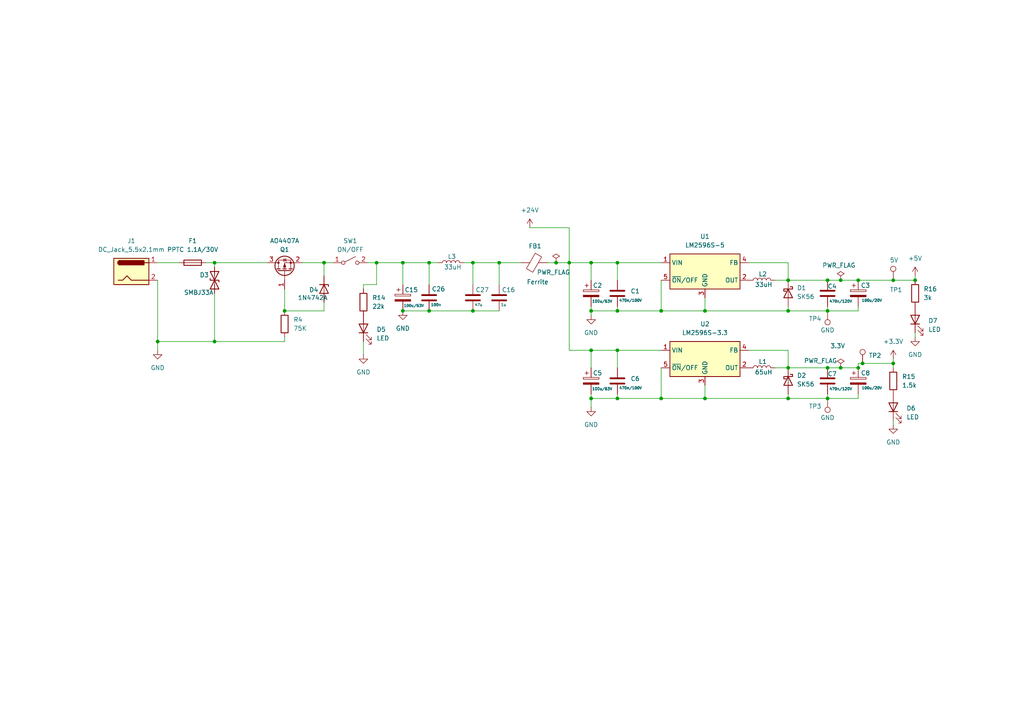
<source format=kicad_sch>
(kicad_sch (version 20250114) (generator "eeschema") (generator_version "9.0")
  (paper "A4")
  (lib_symbols
    (symbol "Connector:Barrel_Jack" (pin_names (offset 1.016))
      (property "Reference" "J1" (at 0 8.89 0))
      (property "Value" "DC_Jack_5.5x2.1mm" (at 0 6.35 0))
      (symbol "Barrel_Jack_0_1"
        (rectangle (start -5.08 3.81) (end 5.08 -3.81) (stroke (width 0.254)) (fill (type background)))
        (polyline (pts (xy -3.81 -2.54) (xy -2.54 -2.54) (xy -1.27 -1.27) (xy 0 -2.54) (xy 2.54 -2.54) (xy 5.08 -2.54)) (stroke (width 0.254)))
        (arc (start -3.302 1.905) (mid -3.9343 2.54) (end -3.302 3.175) (stroke (width 0.254)))
        (arc (start -3.302 1.905) (mid -3.9343 2.54) (end -3.302 3.175) (stroke (width 0.254)) (fill (type outline)))
        (rectangle (start 3.683 3.175) (end -3.302 1.905) (stroke (width 0.254)) (fill (type outline)))
        (polyline (pts (xy 5.08 2.54) (xy 3.81 2.54)) (stroke (width 0.254)))
      )
      (symbol "Barrel_Jack_1_1"
        (pin power_out line (at 7.62 2.54 180) (length 2.54) (name "~") (number "1"))
        (pin power_out line (at 7.62 -2.54 180) (length 2.54) (name "~") (number "2"))
      )
    )
    (symbol "Connector:TestPoint" (pin_numbers (hide yes)) (pin_names (offset 0.762) (hide yes))
      (property "Reference" "TP" (at 0 6.858 0))
      (property "Value" "TestPoint" (at 0 5.08 0))
      (symbol "TestPoint_0_1"
        (circle (center 0 3.302) (radius 0.762))
      )
      (symbol "TestPoint_1_1"
        (pin passive line (at 0 0 90) (length 2.54) (name "1") (number "1"))
      )
    )
    (symbol "Device:C" (pin_numbers (hide yes)) (pin_names (offset 0.254))
      (property "Reference" "C" (at 0.635 2.54 0))
      (property "Value" "C" (at 0.635 -2.54 0))
      (symbol "C_0_1"
        (polyline (pts (xy -2.032 0.762) (xy 2.032 0.762)) (stroke (width 0.508)))
        (polyline (pts (xy -2.032 -0.762) (xy 2.032 -0.762)) (stroke (width 0.508)))
      )
      (symbol "C_1_1"
        (pin passive line (at 0 3.81 270) (length 2.794) (name "~") (number "1"))
        (pin passive line (at 0 -3.81 90) (length 2.794) (name "~") (number "2"))
      )
    )
    (symbol "Device:C_Polarized" (pin_numbers (hide yes)) (pin_names (offset 0.254))
      (property "Reference" "C" (at 0.635 2.54 0))
      (property "Value" "C_Polarized" (at 0.635 -2.54 0))
      (symbol "C_Polarized_0_1"
        (rectangle (start -2.286 0.508) (end 2.286 1.016))
        (polyline (pts (xy -1.778 2.286) (xy -0.762 2.286)))
        (polyline (pts (xy -1.27 2.794) (xy -1.27 1.778)))
        (rectangle (start 2.286 -0.508) (end -2.286 -1.016) (fill (type outline)))
      )
      (symbol "C_Polarized_1_1"
        (pin passive line (at 0 3.81 270) (length 2.794) (name "~") (number "1"))
        (pin passive line (at 0 -3.81 90) (length 2.794) (name "~") (number "2"))
      )
    )
    (symbol "Device:D_Schottky" (pin_numbers (hide yes)) (pin_names (offset 1.016) (hide yes))
      (property "Reference" "D" (at 0 2.54 0))
      (property "Value" "D_Schottky" (at 0 -2.54 0))
      (symbol "D_Schottky_0_1"
        (polyline (pts (xy -1.905 0.635) (xy -1.905 1.27) (xy -1.27 1.27) (xy -1.27 -1.27) (xy -0.635 -1.27) (xy -0.635 -0.635)) (stroke (width 0.254)))
        (polyline (pts (xy 1.27 1.27) (xy 1.27 -1.27) (xy -1.27 0) (xy 1.27 1.27)) (stroke (width 0.254)))
        (polyline (pts (xy 1.27 0) (xy -1.27 0)))
      )
      (symbol "D_Schottky_1_1"
        (pin passive line (at -3.81 0 0) (length 2.54) (name "K") (number "1"))
        (pin passive line (at 3.81 0 180) (length 2.54) (name "A") (number "2"))
      )
    )
    (symbol "Device:D_TVS" (pin_numbers (hide yes)) (pin_names (offset 1.016) (hide yes))
      (property "Reference" "D" (at 0 2.54 0))
      (property "Value" "D_TVS" (at 0 -2.54 0))
      (symbol "D_TVS_0_1"
        (polyline (pts (xy -2.54 1.27) (xy -2.54 -1.27) (xy 2.54 1.27) (xy 2.54 -1.27) (xy -2.54 1.27)) (stroke (width 0.254)))
        (polyline (pts (xy 0.508 1.27) (xy 0 1.27) (xy 0 -1.27) (xy -0.508 -1.27)) (stroke (width 0.254)))
        (polyline (pts (xy 1.27 0) (xy -1.27 0)))
      )
      (symbol "D_TVS_1_1"
        (pin passive line (at -3.81 0 0) (length 2.54) (name "A1") (number "1"))
        (pin passive line (at 3.81 0 180) (length 2.54) (name "A2") (number "2"))
      )
    )
    (symbol "Device:D_Zener" (pin_numbers (hide yes)) (pin_names (offset 1.016) (hide yes))
      (property "Reference" "D" (at 0 2.54 0))
      (property "Value" "D_Zener" (at 0 -2.54 0))
      (symbol "D_Zener_0_1"
        (polyline (pts (xy -1.27 -1.27) (xy -1.27 1.27) (xy -0.762 1.27)) (stroke (width 0.254)))
        (polyline (pts (xy 1.27 0) (xy -1.27 0)))
        (polyline (pts (xy 1.27 -1.27) (xy 1.27 1.27) (xy -1.27 0) (xy 1.27 -1.27)) (stroke (width 0.254)))
      )
      (symbol "D_Zener_1_1"
        (pin passive line (at -3.81 0 0) (length 2.54) (name "K") (number "1"))
        (pin passive line (at 3.81 0 180) (length 2.54) (name "A") (number "2"))
      )
    )
    (symbol "Device:FerriteBead" (pin_numbers (hide yes)) (pin_names (offset 0))
      (property "Reference" "FB" (at -3.81 0.635 90))
      (property "Value" "FerriteBead" (at 3.81 0 90))
      (symbol "FerriteBead_0_1"
        (polyline (pts (xy -2.7686 0.4064) (xy -1.7018 2.2606) (xy 2.7686 -0.3048) (xy 1.6764 -2.159) (xy -2.7686 0.4064)))
        (polyline (pts (xy 0 1.27) (xy 0 1.2954)))
        (polyline (pts (xy 0 -1.27) (xy 0 -1.2192)))
      )
      (symbol "FerriteBead_1_1"
        (pin passive line (at 0 3.81 270) (length 2.54) (name "~") (number "1"))
        (pin passive line (at 0 -3.81 90) (length 2.54) (name "~") (number "2"))
      )
    )
    (symbol "Device:Fuse" (pin_numbers (hide yes)) (pin_names (offset 0))
      (property "Reference" "F" (at 2.032 0 90))
      (property "Value" "Fuse" (at -1.905 0 90))
      (symbol "Fuse_0_1"
        (rectangle (start -0.762 -2.54) (end 0.762 2.54) (stroke (width 0.254)))
        (polyline (pts (xy 0 2.54) (xy 0 -2.54)))
      )
      (symbol "Fuse_1_1"
        (pin passive line (at 0 3.81 270) (length 1.27) (name "~") (number "1"))
        (pin passive line (at 0 -3.81 90) (length 1.27) (name "~") (number "2"))
      )
    )
    (symbol "Device:L" (pin_numbers (hide yes)) (pin_names (offset 1.016) (hide yes))
      (property "Reference" "L" (at -1.27 0 90))
      (property "Value" "L" (at 1.905 0 90))
      (symbol "L_0_1"
        (arc (start 0 2.54) (mid 0.6323 1.905) (end 0 1.27))
        (arc (start 0 1.27) (mid 0.6323 0.635) (end 0 0))
        (arc (start 0 0) (mid 0.6323 -0.635) (end 0 -1.27))
        (arc (start 0 -1.27) (mid 0.6323 -1.905) (end 0 -2.54))
      )
      (symbol "L_1_1"
        (pin passive line (at 0 3.81 270) (length 1.27) (name "1") (number "1"))
        (pin passive line (at 0 -3.81 90) (length 1.27) (name "2") (number "2"))
      )
    )
    (symbol "Device:LED" (pin_numbers (hide yes)) (pin_names (offset 1.016) (hide yes))
      (property "Reference" "D" (at 0 2.54 0))
      (property "Value" "LED" (at 0 -2.54 0))
      (symbol "LED_0_1"
        (polyline (pts (xy -3.048 -0.762) (xy -4.572 -2.286) (xy -3.81 -2.286) (xy -4.572 -2.286) (xy -4.572 -1.524)))
        (polyline (pts (xy -1.778 -0.762) (xy -3.302 -2.286) (xy -2.54 -2.286) (xy -3.302 -2.286) (xy -3.302 -1.524)))
        (polyline (pts (xy -1.27 0) (xy 1.27 0)))
        (polyline (pts (xy -1.27 -1.27) (xy -1.27 1.27)) (stroke (width 0.254)))
        (polyline (pts (xy 1.27 -1.27) (xy 1.27 1.27) (xy -1.27 0) (xy 1.27 -1.27)) (stroke (width 0.254)))
      )
      (symbol "LED_1_1"
        (pin passive line (at -3.81 0 0) (length 2.54) (name "K") (number "1"))
        (pin passive line (at 3.81 0 180) (length 2.54) (name "A") (number "2"))
      )
    )
    (symbol "Device:R" (pin_numbers (hide yes)) (pin_names (offset 0))
      (property "Reference" "R" (at 2.032 0 90))
      (property "Value" "R" (at 0 0 90))
      (symbol "R_0_1"
        (rectangle (start -1.016 -2.54) (end 1.016 2.54) (stroke (width 0.254)))
      )
      (symbol "R_1_1"
        (pin passive line (at 0 3.81 270) (length 1.27) (name "~") (number "1"))
        (pin passive line (at 0 -3.81 90) (length 1.27) (name "~") (number "2"))
      )
    )
    (symbol "Regulator_Switching:LM2596S-3.3"
      (property "Reference" "U" (at -10.16 6.35 0))
      (property "Value" "LM2596S-3.3" (at 0 6.35 0))
      (symbol "LM2596S-3.3_0_1"
        (rectangle (start -10.16 5.08) (end 10.16 -5.08) (stroke (width 0.254)) (fill (type background)))
      )
      (symbol "LM2596S-3.3_1_1"
        (pin power_in line (at -12.7 2.54 0) (length 2.54) (name "VIN") (number "1"))
        (pin input line (at -12.7 -2.54 0) (length 2.54) (name "~{ON}/OFF") (number "5"))
        (pin power_in line (at 0 -7.62 90) (length 2.54) (name "GND") (number "3"))
        (pin input line (at 12.7 2.54 180) (length 2.54) (name "FB") (number "4"))
        (pin output line (at 12.7 -2.54 180) (length 2.54) (name "OUT") (number "2"))
      )
    )
    (symbol "Regulator_Switching:LM2596S-5"
      (property "Reference" "U1" (at 0 10.16 0))
      (property "Value" "LM2596S-5" (at 0 7.62 0))
      (symbol "LM2596S-5_0_1"
        (rectangle (start -10.16 5.08) (end 10.16 -5.08) (stroke (width 0.254)) (fill (type background)))
      )
      (symbol "LM2596S-5_1_1"
        (pin power_in line (at -12.7 2.54 0) (length 2.54) (name "VIN") (number "1"))
        (pin input line (at -12.7 -2.54 0) (length 2.54) (name "~{ON}/OFF") (number "5"))
        (pin power_in line (at 0 -7.62 90) (length 2.54) (name "GND") (number "3"))
        (pin input line (at 12.7 2.54 180) (length 2.54) (name "FB") (number "4"))
        (pin output line (at 12.7 -2.54 180) (length 2.54) (name "OUT") (number "2"))
      )
    )
    (symbol "Switch:SW_SPST" (pin_names (offset 0) (hide yes))
      (property "Reference" "SW" (at 0 3.175 0))
      (property "Value" "SW_SPST" (at 0 -2.54 0))
      (symbol "SW_SPST_0_0"
        (circle (center -2.032 0) (radius 0.508))
        (polyline (pts (xy -1.524 0.254) (xy 1.524 1.778)))
        (circle (center 2.032 0) (radius 0.508))
      )
      (symbol "SW_SPST_1_1"
        (pin passive line (at -5.08 0 0) (length 2.54) (name "A") (number "1"))
        (pin passive line (at 5.08 0 180) (length 2.54) (name "B") (number "2"))
      )
    )
    (symbol "Transistor_FET:IRLML6402" (pin_names (hide yes))
      (property "Reference" "Q" (at 5.08 1.905 0))
      (property "Value" "IRLML6402" (at 5.08 0 0))
      (symbol "IRLML6402_0_1"
        (polyline (pts (xy 0.254 1.905) (xy 0.254 -1.905)) (stroke (width 0.254)))
        (polyline (pts (xy 0.254 0) (xy -2.54 0)))
        (polyline (pts (xy 0.762 2.286) (xy 0.762 1.27)) (stroke (width 0.254)))
        (polyline (pts (xy 0.762 1.778) (xy 3.302 1.778) (xy 3.302 -1.778) (xy 0.762 -1.778)))
        (polyline (pts (xy 0.762 0.508) (xy 0.762 -0.508)) (stroke (width 0.254)))
        (polyline (pts (xy 0.762 -1.27) (xy 0.762 -2.286)) (stroke (width 0.254)))
        (circle (center 1.651 0) (radius 2.794) (stroke (width 0.254)))
        (polyline (pts (xy 2.286 0) (xy 1.27 0.381) (xy 1.27 -0.381) (xy 2.286 0)) (fill (type outline)))
        (polyline (pts (xy 2.54 2.54) (xy 2.54 1.778)))
        (circle (center 2.54 1.778) (radius 0.254) (fill (type outline)))
        (circle (center 2.54 -1.778) (radius 0.254) (fill (type outline)))
        (polyline (pts (xy 2.54 -2.54) (xy 2.54 0) (xy 0.762 0)))
        (polyline (pts (xy 2.794 -0.508) (xy 2.921 -0.381) (xy 3.683 -0.381) (xy 3.81 -0.254)))
        (polyline (pts (xy 3.302 -0.381) (xy 2.921 0.254) (xy 3.683 0.254) (xy 3.302 -0.381)))
      )
      (symbol "IRLML6402_1_1"
        (pin input line (at -5.08 0 0) (length 2.54) (name "G") (number "1"))
        (pin passive line (at 2.54 5.08 270) (length 2.54) (name "D") (number "3"))
        (pin passive line (at 2.54 -5.08 90) (length 2.54) (name "S") (number "2"))
      )
    )
    (symbol "power:+24V" (power) (pin_numbers (hide yes)) (pin_names (offset 0) (hide yes))
      (property "Value" "+24V" (at 0 3.556 0))
      (symbol "+24V_0_1"
        (polyline (pts (xy -0.762 1.27) (xy 0 2.54)))
        (polyline (pts (xy 0 2.54) (xy 0.762 1.27)))
        (polyline (pts (xy 0 0) (xy 0 2.54)))
      )
      (symbol "+24V_1_1"
        (pin power_in line (at 0 0 90) (length 0) (name "~") (number "1"))
      )
    )
    (symbol "power:+3.3V" (power) (pin_numbers (hide yes)) (pin_names (offset 0) (hide yes))
      (property "Value" "+3.3V" (at 0 3.556 0))
      (symbol "+3.3V_0_1"
        (polyline (pts (xy -0.762 1.27) (xy 0 2.54)))
        (polyline (pts (xy 0 2.54) (xy 0.762 1.27)))
        (polyline (pts (xy 0 0) (xy 0 2.54)))
      )
      (symbol "+3.3V_1_1"
        (pin power_in line (at 0 0 90) (length 0) (name "~") (number "1"))
      )
    )
    (symbol "power:+5V" (power) (pin_numbers (hide yes)) (pin_names (offset 0) (hide yes))
      (property "Value" "+5V" (at 0 3.556 0))
      (symbol "+5V_0_1"
        (polyline (pts (xy -0.762 1.27) (xy 0 2.54)))
        (polyline (pts (xy 0 2.54) (xy 0.762 1.27)))
        (polyline (pts (xy 0 0) (xy 0 2.54)))
      )
      (symbol "+5V_1_1"
        (pin power_in line (at 0 0 90) (length 0) (name "~") (number "1"))
      )
    )
    (symbol "power:GND" (power) (pin_numbers (hide yes)) (pin_names (offset 0) (hide yes))
      (property "Value" "GND" (at 0 -3.81 0))
      (symbol "GND_0_1"
        (polyline (pts (xy 0 0) (xy 0 -1.27) (xy 1.27 -1.27) (xy 0 -2.54) (xy -1.27 -1.27) (xy 0 -1.27)))
      )
      (symbol "GND_1_1"
        (pin power_in line (at 0 0 270) (length 0) (name "~") (number "1"))
      )
    )
    (symbol "power:PWR_FLAG" (power) (pin_numbers (hide yes)) (pin_names (offset 0) (hide yes))
      (property "Value" "PWR_FLAG" (at 0 3.81 0))
      (symbol "PWR_FLAG_0_0"
        (pin power_out line (at 0 0 90) (length 0) (name "~") (number "1"))
      )
      (symbol "PWR_FLAG_0_1"
        (polyline (pts (xy 0 0) (xy 0 1.27) (xy -1.016 1.905) (xy 0 2.54) (xy 1.016 1.905) (xy 0 1.27)))
      )
    )
  )
  (junction (at 248.92 106.68))
  (junction (at 93.98 76.2))
  (junction (at 171.45 76.2))
  (junction (at 179.07 90.17))
  (junction (at 137.16 76.2))
  (junction (at 240.03 90.17))
  (junction (at 204.47 115.57))
  (junction (at 161.29 76.2))
  (junction (at 171.45 115.57))
  (junction (at 204.47 90.17))
  (junction (at 243.84 81.28))
  (junction (at 240.03 106.68))
  (junction (at 240.03 115.57))
  (junction (at 191.77 115.57))
  (junction (at 45.72 99.06))
  (junction (at 250.19 105.41))
  (junction (at 191.77 90.17))
  (junction (at 171.45 90.17))
  (junction (at 243.84 106.68))
  (junction (at 171.45 101.6))
  (junction (at 124.46 76.2))
  (junction (at 248.92 81.28))
  (junction (at 62.23 99.06))
  (junction (at 124.46 90.17))
  (junction (at 228.6 90.17))
  (junction (at 228.6 81.28))
  (junction (at 228.6 115.57))
  (junction (at 228.6 106.68))
  (junction (at 144.78 76.2))
  (junction (at 259.08 81.28))
  (junction (at 265.43 81.28))
  (junction (at 259.08 105.41))
  (junction (at 179.07 76.2))
  (junction (at 179.07 115.57))
  (junction (at 82.55 90.17))
  (junction (at 179.07 101.6))
  (junction (at 240.03 81.28))
  (junction (at 165.1 76.2))
  (junction (at 137.16 90.17))
  (junction (at 116.84 90.17))
  (junction (at 62.23 76.2))
  (junction (at 116.84 76.2))
  (junction (at 109.22 76.2))
  (wire (pts (xy 224.79 81.28) (xy 228.6 81.28)))
  (wire (pts (xy 179.07 88.9) (xy 179.07 90.17)))
  (wire (pts (xy 240.03 90.17) (xy 240.03 88.9)))
  (wire (pts (xy 265.43 97.79) (xy 265.43 96.52)))
  (wire (pts (xy 265.43 80.01) (xy 265.43 81.28)))
  (wire (pts (xy 179.07 115.57) (xy 191.77 115.57)))
  (wire (pts (xy 228.6 76.2) (xy 217.17 76.2)))
  (wire (pts (xy 179.07 76.2) (xy 179.07 81.28)))
  (wire (pts (xy 228.6 81.28) (xy 240.03 81.28)))
  (wire (pts (xy 191.77 90.17) (xy 204.47 90.17)))
  (wire (pts (xy 144.78 76.2) (xy 151.13 76.2)))
  (wire (pts (xy 171.45 76.2) (xy 165.1 76.2)))
  (wire (pts (xy 191.77 81.28) (xy 191.77 90.17)))
  (wire (pts (xy 228.6 90.17) (xy 204.47 90.17)))
  (wire (pts (xy 62.23 99.06) (xy 82.55 99.06)))
  (wire (pts (xy 171.45 114.3) (xy 171.45 115.57)))
  (wire (pts (xy 240.03 81.28) (xy 243.84 81.28)))
  (wire (pts (xy 165.1 66.04) (xy 165.1 76.2)))
  (wire (pts (xy 259.08 105.41) (xy 250.19 105.41)))
  (wire (pts (xy 248.92 105.41) (xy 248.92 106.68)))
  (wire (pts (xy 45.72 76.2) (xy 52.07 76.2)))
  (wire (pts (xy 105.41 83.82) (xy 105.41 82.55)))
  (wire (pts (xy 240.03 115.57) (xy 248.92 115.57)))
  (wire (pts (xy 179.07 76.2) (xy 171.45 76.2)))
  (wire (pts (xy 191.77 106.68) (xy 191.77 115.57)))
  (wire (pts (xy 171.45 88.9) (xy 171.45 90.17)))
  (wire (pts (xy 228.6 115.57) (xy 228.6 114.3)))
  (wire (pts (xy 45.72 99.06) (xy 62.23 99.06)))
  (wire (pts (xy 224.79 106.68) (xy 228.6 106.68)))
  (wire (pts (xy 248.92 114.3) (xy 248.92 115.57)))
  (wire (pts (xy 165.1 76.2) (xy 165.1 101.6)))
  (wire (pts (xy 259.08 81.28) (xy 265.43 81.28)))
  (wire (pts (xy 137.16 90.17) (xy 144.78 90.17)))
  (wire (pts (xy 179.07 90.17) (xy 191.77 90.17)))
  (wire (pts (xy 259.08 104.14) (xy 259.08 105.41)))
  (wire (pts (xy 105.41 102.87) (xy 105.41 99.06)))
  (wire (pts (xy 161.29 76.2) (xy 158.75 76.2)))
  (wire (pts (xy 93.98 90.17) (xy 93.98 87.63)))
  (wire (pts (xy 171.45 81.28) (xy 171.45 76.2)))
  (wire (pts (xy 59.69 76.2) (xy 62.23 76.2)))
  (wire (pts (xy 171.45 115.57) (xy 179.07 115.57)))
  (wire (pts (xy 248.92 81.28) (xy 259.08 81.28)))
  (wire (pts (xy 228.6 90.17) (xy 228.6 88.9)))
  (wire (pts (xy 93.98 76.2) (xy 93.98 80.01)))
  (wire (pts (xy 165.1 66.04) (xy 153.67 66.04)))
  (wire (pts (xy 116.84 76.2) (xy 124.46 76.2)))
  (wire (pts (xy 93.98 90.17) (xy 82.55 90.17)))
  (wire (pts (xy 116.84 76.2) (xy 116.84 82.55)))
  (wire (pts (xy 228.6 106.68) (xy 240.03 106.68)))
  (wire (pts (xy 171.45 106.68) (xy 171.45 101.6)))
  (wire (pts (xy 137.16 76.2) (xy 144.78 76.2)))
  (wire (pts (xy 124.46 76.2) (xy 127 76.2)))
  (wire (pts (xy 134.62 76.2) (xy 137.16 76.2)))
  (wire (pts (xy 191.77 76.2) (xy 179.07 76.2)))
  (wire (pts (xy 171.45 90.17) (xy 179.07 90.17)))
  (wire (pts (xy 171.45 115.57) (xy 171.45 118.11)))
  (wire (pts (xy 124.46 90.17) (xy 137.16 90.17)))
  (wire (pts (xy 179.07 114.3) (xy 179.07 115.57)))
  (wire (pts (xy 228.6 115.57) (xy 240.03 115.57)))
  (wire (pts (xy 179.07 101.6) (xy 179.07 106.68)))
  (wire (pts (xy 191.77 115.57) (xy 204.47 115.57)))
  (wire (pts (xy 144.78 76.2) (xy 144.78 82.55)))
  (wire (pts (xy 243.84 106.68) (xy 248.92 106.68)))
  (wire (pts (xy 124.46 76.2) (xy 124.46 82.55)))
  (wire (pts (xy 240.03 115.57) (xy 240.03 114.3)))
  (wire (pts (xy 62.23 76.2) (xy 77.47 76.2)))
  (wire (pts (xy 204.47 111.76) (xy 204.47 115.57)))
  (wire (pts (xy 109.22 82.55) (xy 109.22 76.2)))
  (wire (pts (xy 171.45 90.17) (xy 171.45 91.44)))
  (wire (pts (xy 191.77 101.6) (xy 179.07 101.6)))
  (wire (pts (xy 243.84 81.28) (xy 248.92 81.28)))
  (wire (pts (xy 96.52 76.2) (xy 93.98 76.2)))
  (wire (pts (xy 228.6 106.68) (xy 228.6 101.6)))
  (wire (pts (xy 250.19 105.41) (xy 248.92 105.41)))
  (wire (pts (xy 62.23 85.09) (xy 62.23 99.06)))
  (wire (pts (xy 109.22 76.2) (xy 116.84 76.2)))
  (wire (pts (xy 228.6 81.28) (xy 228.6 76.2)))
  (wire (pts (xy 228.6 90.17) (xy 240.03 90.17)))
  (wire (pts (xy 228.6 101.6) (xy 217.17 101.6)))
  (wire (pts (xy 116.84 90.17) (xy 124.46 90.17)))
  (wire (pts (xy 137.16 76.2) (xy 137.16 82.55)))
  (wire (pts (xy 165.1 101.6) (xy 171.45 101.6)))
  (wire (pts (xy 45.72 81.28) (xy 45.72 99.06)))
  (wire (pts (xy 93.98 76.2) (xy 87.63 76.2)))
  (wire (pts (xy 62.23 76.2) (xy 62.23 77.47)))
  (wire (pts (xy 204.47 86.36) (xy 204.47 90.17)))
  (wire (pts (xy 259.08 121.92) (xy 259.08 123.19)))
  (wire (pts (xy 179.07 101.6) (xy 171.45 101.6)))
  (wire (pts (xy 45.72 99.06) (xy 45.72 101.6)))
  (wire (pts (xy 82.55 83.82) (xy 82.55 90.17)))
  (wire (pts (xy 259.08 105.41) (xy 259.08 106.68)))
  (wire (pts (xy 105.41 82.55) (xy 109.22 82.55)))
  (wire (pts (xy 240.03 90.17) (xy 248.92 90.17)))
  (wire (pts (xy 240.03 106.68) (xy 243.84 106.68)))
  (wire (pts (xy 82.55 99.06) (xy 82.55 97.79)))
  (wire (pts (xy 165.1 76.2) (xy 161.29 76.2)))
  (wire (pts (xy 106.68 76.2) (xy 109.22 76.2)))
  (wire (pts (xy 228.6 115.57) (xy 204.47 115.57)))
  (wire (pts (xy 248.92 88.9) (xy 248.92 90.17)))
  (symbol (lib_id "Device:L") (at 220.98 81.28 90) (unit 1)
    (property "Reference" "L2" (at 221.234 79.502 90))
    (property "Value" "33uH" (at 221.488 82.55 90))
    (property "Footprint" "Inductor_SMD:L_6.3x6.3_H3" (effects (hide yes)))
    (property "Datasheet" "Power Inductors - SMD Ind,6.8x6.8x3.8mm,33uH+/-20%,1.35A," (effects (hide yes)))
    (property "Description" "Inductor" (effects (hide yes)))
  )
  (symbol (lib_id "Device:C_Polarized") (at 116.84 86.36 0) (unit 1)
    (property "Reference" "C15" (at 117.348 84.074 0) (effects (justify left)))
    (property "Value" "100u/63V" (at 117.094 88.646 0) (effects (font (size 0.762 0.762)) (justify left)))
    (property "Footprint" "Capacitor_THT:CP_Radial_D8.0mm_P3.80mm" (effects (hide yes)))
    (property "Description" "Polarized capacitor" (effects (hide yes)))
  )
  (symbol (lib_id "Device:D_Schottky") (at 228.6 110.49 270) (unit 1)
    (property "Reference" "D2" (at 231.14 108.9024 90) (effects (justify left)))
    (property "Value" "SK56" (at 231.14 111.4424 90) (effects (justify left)))
    (property "Footprint" "Diode_SMD:D_SMB-SMC_Universal_Handsoldering" (effects (hide yes)))
    (property "Description" "Schottky diode" (effects (hide yes)))
  )
  (symbol (lib_id "Connector:Barrel_Jack") (at 38.1 78.74 0) (unit 1)
    (property "Reference" "J1" (at 38.1 69.85 0))
    (property "Value" "DC_Jack_5.5x2.1mm" (at 38.1 72.39 0))
    (property "Footprint" "Connector_BarrelJack:BarrelJack_Horizontal" (effects (hide yes)))
    (property "Description" "Gniazdo DC wejście 12 V" (effects (hide yes)))
  )
  (symbol (lib_id "Device:C") (at 240.03 85.09 0) (unit 1)
    (property "Reference" "C4" (at 240.03 83.058 0) (effects (justify left)))
    (property "Value" "470n/120V" (at 240.538 87.376 0) (effects (font (size 0.762 0.762)) (justify left)))
    (property "Footprint" "Capacitor_SMD:C_1808_4520Metric_Pad1.72x2.30mm_HandSolder" (effects (hide yes)))
    (property "Description" "Unpolarized capacitor" (effects (hide yes)))
  )
  (symbol (lib_id "Device:C") (at 144.78 86.36 0) (unit 1)
    (property "Reference" "C16" (at 145.542 84.074 0) (effects (justify left)))
    (property "Value" "1u" (at 145.288 88.392 0) (effects (font (size 0.762 0.762)) (justify left)))
    (property "Footprint" "Capacitor_SMD:C_1808_4520Metric_Pad1.72x2.30mm_HandSolder" (effects (hide yes)))
    (property "Description" "Unpolarized capacitor" (effects (hide yes)))
  )
  (symbol (lib_id "power:GND") (at 105.41 102.87 0) (unit 1)
    (property "Reference" "#PWR038" (effects (hide yes)))
    (property "Value" "GND" (at 105.41 107.95 0))
    (property "Description" "Power symbol creates a global label with name \"GND\" , ground" (effects (hide yes)))
  )
  (symbol (lib_id "Device:R") (at 265.43 85.09 0) (unit 1)
    (property "Reference" "R16" (at 267.8712 83.8199 0) (effects (justify left)))
    (property "Value" "3k" (at 267.8712 86.3599 0) (effects (justify left)))
    (property "Footprint" "Resistor_SMD:R_0805_2012Metric_Pad1.20x1.40mm_HandSolder" (effects (hide yes)))
    (property "Description" "Resistor" (effects (hide yes)))
  )
  (symbol (lib_id "Device:C") (at 124.46 86.36 0) (unit 1)
    (property "Reference" "C26" (at 125.222 83.82 0) (effects (justify left)))
    (property "Value" "100n" (at 124.968 88.392 0) (effects (font (size 0.762 0.762)) (justify left)))
    (property "Footprint" "Capacitor_SMD:C_1808_4520Metric_Pad1.72x2.30mm_HandSolder" (effects (hide yes)))
    (property "Description" "Unpolarized capacitor" (effects (hide yes)))
  )
  (symbol (lib_id "Device:D_Schottky") (at 228.6 85.09 270) (unit 1)
    (property "Reference" "D1" (at 231.14 83.5024 90) (effects (justify left)))
    (property "Value" "SK56" (at 231.14 86.0424 90) (effects (justify left)))
    (property "Footprint" "Diode_SMD:D_SMB-SMC_Universal_Handsoldering" (effects (hide yes)))
    (property "Description" "Schottky diode" (effects (hide yes)))
  )
  (symbol (lib_id "power:+5V") (at 265.43 80.01 0) (unit 1)
    (property "Reference" "#PWR04" (effects (hide yes)))
    (property "Value" "+5V" (at 265.43 74.93 0))
    (property "Description" "Power symbol creates a global label with name \"+5V\"" (effects (hide yes)))
  )
  (symbol (lib_id "Device:LED") (at 259.08 118.11 90) (unit 1)
    (property "Reference" "D6" (at 262.89 118.4274 90) (effects (justify right)))
    (property "Value" "LED" (at 262.89 120.9674 90) (effects (justify right)))
    (property "Footprint" "LED_THT:LED_D5.0mm_Clear" (effects (hide yes)))
    (property "Description" "Light emitting diode" (effects (hide yes)))
    (property "Sim.Pins" "1=K 2=A" (effects (hide yes)))
  )
  (symbol (lib_id "Device:L") (at 220.98 106.68 90) (unit 1)
    (property "Reference" "L1" (at 221.234 104.902 90))
    (property "Value" "65uH" (at 221.488 107.95 90))
    (property "Footprint" "Inductor_SMD:L_12x12mm_H4.5mm" (effects (hide yes)))
    (property "Datasheet" "Epcos 871-PID120HS-650M" (effects (hide yes)))
    (property "Description" "Inductor" (effects (hide yes)))
  )
  (symbol (lib_id "Device:L") (at 130.81 76.2 90) (unit 1)
    (property "Reference" "L3" (at 131.064 74.422 90))
    (property "Value" "33uH" (at 131.318 77.47 90))
    (property "Footprint" "Inductor_SMD:L_6.3x6.3_H3" (effects (hide yes)))
    (property "Datasheet" "Power Inductors - SMD Ind,6.8x6.8x3.8mm,33uH+/-20%,1.35A," (effects (hide yes)))
    (property "Description" "Inductor" (effects (hide yes)))
  )
  (symbol (lib_id "power:GND") (at 116.84 90.17 0) (unit 1)
    (property "Reference" "#PWR036" (effects (hide yes)))
    (property "Value" "GND" (at 116.84 95.25 0))
    (property "Description" "Power symbol creates a global label with name \"GND\" , ground" (effects (hide yes)))
  )
  (symbol (lib_id "Device:C_Polarized") (at 248.92 85.09 0) (unit 1)
    (property "Reference" "C3" (at 249.682 82.804 0) (effects (justify left)))
    (property "Value" "100u/20V" (at 249.936 87.122 0) (effects (font (size 0.762 0.762)) (justify left)))
    (property "Footprint" "Capacitor_THT:CP_Radial_D8.0mm_P3.80mm" (effects (hide yes)))
    (property "Description" "Polarized capacitor" (effects (hide yes)))
  )
  (symbol (lib_id "Transistor_FET:IRLML6402") (at 82.55 78.74 90) (unit 1)
    (property "Reference" "Q1" (at 82.55 72.39 90))
    (property "Value" "AO4407A" (at 82.55 69.85 90))
    (property "Footprint" "własne:PowerPAK_SO-8_Single" (effects (hide yes)))
  )
  (symbol (lib_id "power:GND") (at 259.08 123.19 0) (unit 1)
    (property "Reference" "#PWR039" (effects (hide yes)))
    (property "Value" "GND" (at 259.08 128.27 0))
    (property "Description" "Power symbol creates a global label with name \"GND\" , ground" (effects (hide yes)))
  )
  (symbol (lib_id "Switch:SW_SPST") (at 101.6 76.2 0) (unit 1)
    (property "Reference" "SW1" (at 101.6 69.85 0))
    (property "Value" "ON/OFF" (at 101.6 72.39 0))
    (property "Footprint" "slide_switches:SLW-1276864-4A-D_FOOTPRINT" (effects (hide yes)))
    (property "Description" "Single Pole Single Throw (SPST) switch" (effects (hide yes)))
  )
  (symbol (lib_id "Device:C") (at 179.07 110.49 0) (unit 1)
    (property "Reference" "C6" (at 182.88 109.8549 0) (effects (justify left)))
    (property "Value" "470n/100V" (at 179.578 112.522 0) (effects (font (size 0.762 0.762)) (justify left)))
    (property "Footprint" "Capacitor_SMD:C_1808_4520Metric_Pad1.72x2.30mm_HandSolder" (effects (hide yes)))
    (property "Description" "Unpolarized capacitor" (effects (hide yes)))
  )
  (symbol (lib_id "Device:D_TVS") (at 62.23 81.28 90) (unit 1)
    (property "Reference" "D3" (at 57.912 79.756 90) (effects (justify right)))
    (property "Value" "SMBJ33A" (at 53.34 84.836 90) (effects (justify right)))
    (property "Footprint" "Diode_SMD:D_SMB_Handsoldering" (effects (hide yes)))
    (property "Description" "Bidirectional transient-voltage-suppression diode" (effects (hide yes)))
  )
  (symbol (lib_id "power:+3.3V") (at 259.08 104.14 0) (unit 1)
    (property "Reference" "#PWR05" (effects (hide yes)))
    (property "Value" "+3.3V" (at 259.08 99.06 0))
    (property "Description" "Power symbol creates a global label with name \"+3.3V\"" (effects (hide yes)))
  )
  (symbol (lib_id "Regulator_Switching:LM2596S-5") (at 204.47 78.74 0) (unit 1)
    (property "Reference" "U1" (at 204.47 68.58 0))
    (property "Value" "LM2596S-5" (at 204.47 71.12 0))
    (property "Footprint" "Package_TO_SOT_SMD:TO-263-5_TabPin3" (effects (hide yes)))
    (property "Datasheet" "http://www.ti.com/lit/ds/symlink/lm2596.pdf" (effects (hide yes)))
    (property "Description" "5V 3A Step-Down Voltage Regulator, TO-263" (effects (hide yes)))
  )
  (symbol (lib_id "Device:C") (at 240.03 110.49 0) (unit 1)
    (property "Reference" "C7" (at 240.03 108.458 0) (effects (justify left)))
    (property "Value" "470n/120V" (at 240.538 112.776 0) (effects (font (size 0.762 0.762)) (justify left)))
    (property "Footprint" "Capacitor_SMD:C_1808_4520Metric_Pad1.72x2.30mm_HandSolder" (effects (hide yes)))
    (property "Description" "Unpolarized capacitor" (effects (hide yes)))
  )
  (symbol (lib_id "power:GND") (at 45.72 101.6 0) (unit 1)
    (property "Reference" "#PWR02" (effects (hide yes)))
    (property "Value" "GND" (at 45.72 106.68 0))
    (property "Description" "Power symbol creates a global label with name \"GND\" , ground" (effects (hide yes)))
  )
  (symbol (lib_id "Device:C") (at 179.07 85.09 0) (unit 1)
    (property "Reference" "C1" (at 182.88 84.4549 0) (effects (justify left)))
    (property "Value" "470n/100V" (at 179.578 87.122 0) (effects (font (size 0.762 0.762)) (justify left)))
    (property "Footprint" "Capacitor_SMD:C_1808_4520Metric_Pad1.72x2.30mm_HandSolder" (effects (hide yes)))
    (property "Description" "Unpolarized capacitor" (effects (hide yes)))
  )
  (symbol (lib_id "power:GND") (at 171.45 91.44 0) (unit 1)
    (property "Reference" "#PWR03" (effects (hide yes)))
    (property "Value" "GND" (at 171.45 96.52 0))
    (property "Description" "Power symbol creates a global label with name \"GND\" , ground" (effects (hide yes)))
  )
  (symbol (lib_id "Device:R") (at 259.08 110.49 0) (unit 1)
    (property "Reference" "R15" (at 261.62 109.2199 0) (effects (justify left)))
    (property "Value" "1.5k" (at 261.62 111.7599 0) (effects (justify left)))
    (property "Footprint" "Resistor_SMD:R_0805_2012Metric_Pad1.20x1.40mm_HandSolder" (effects (hide yes)))
    (property "Description" "Resistor" (effects (hide yes)))
  )
  (symbol (lib_id "Device:C_Polarized") (at 171.45 110.49 0) (unit 1)
    (property "Reference" "C5" (at 171.958 108.204 0) (effects (justify left)))
    (property "Value" "100u/63V" (at 171.704 112.776 0) (effects (font (size 0.762 0.762)) (justify left)))
    (property "Footprint" "Capacitor_THT:CP_Radial_D8.0mm_P3.80mm" (effects (hide yes)))
    (property "Description" "Polarized capacitor" (effects (hide yes)))
  )
  (symbol (lib_id "Device:R") (at 105.41 87.63 0) (unit 1)
    (property "Reference" "R14" (at 107.95 86.3599 0) (effects (justify left)))
    (property "Value" "22k" (at 107.95 88.8999 0) (effects (justify left)))
    (property "Footprint" "Resistor_SMD:R_0805_2012Metric_Pad1.20x1.40mm_HandSolder" (effects (hide yes)))
    (property "Description" "Resistor" (effects (hide yes)))
  )
  (symbol (lib_id "Connector:TestPoint") (at 250.19 105.41 0) (unit 1)
    (property "Reference" "TP2" (at 251.968 103.124 0) (effects (justify left)))
    (property "Value" "3.3V" (at 240.792 100.33 0) (effects (justify left)))
    (property "Footprint" "TestPoint:TestPoint_Loop_D1.80mm_Drill1.0mm_Beaded" (effects (hide yes)))
    (property "Description" "test point" (effects (hide yes)))
  )
  (symbol (lib_id "Device:C_Polarized") (at 248.92 110.49 0) (unit 1)
    (property "Reference" "C8" (at 249.682 108.204 0) (effects (justify left)))
    (property "Value" "100u/20V" (at 249.936 112.522 0) (effects (font (size 0.762 0.762)) (justify left)))
    (property "Footprint" "Capacitor_THT:CP_Radial_D8.0mm_P3.80mm" (effects (hide yes)))
    (property "Description" "Polarized capacitor" (effects (hide yes)))
  )
  (symbol (lib_id "Device:R") (at 82.55 93.98 0) (unit 1)
    (property "Reference" "R4" (at 85.09 92.7099 0) (effects (justify left)))
    (property "Value" "75K" (at 85.09 95.2499 0) (effects (justify left)))
    (property "Footprint" "Resistor_SMD:R_0805_2012Metric_Pad1.20x1.40mm_HandSolder" (effects (hide yes)))
    (property "Description" "Resistor" (effects (hide yes)))
  )
  (symbol (lib_id "power:GND") (at 265.43 97.79 0) (unit 1)
    (property "Reference" "#PWR040" (effects (hide yes)))
    (property "Value" "GND" (at 265.43 102.87 0))
    (property "Description" "Power symbol creates a global label with name \"GND\" , ground" (effects (hide yes)))
  )
  (symbol (lib_id "Connector:TestPoint") (at 240.03 90.17 180) (unit 1)
    (property "Reference" "TP4" (at 238.252 92.456 0) (effects (justify left)))
    (property "Value" "GND" (at 242.062 95.758 0) (effects (justify left)))
    (property "Footprint" "TestPoint:TestPoint_Loop_D1.80mm_Drill1.0mm_Beaded" (effects (hide yes)))
    (property "Description" "test point" (effects (hide yes)))
  )
  (symbol (lib_id "power:+24V") (at 153.67 66.04 0) (unit 1)
    (property "Reference" "#PWR011" (effects (hide yes)))
    (property "Value" "+24V" (at 153.67 60.96 0))
    (property "Description" "Power symbol creates a global label with name \"+24V\"" (effects (hide yes)))
  )
  (symbol (lib_id "power:GND") (at 171.45 118.11 0) (unit 1)
    (property "Reference" "#PWR01" (effects (hide yes)))
    (property "Value" "GND" (at 171.45 123.19 0))
    (property "Description" "Power symbol creates a global label with name \"GND\" , ground" (effects (hide yes)))
  )
  (symbol (lib_id "power:PWR_FLAG") (at 243.84 106.68 0) (unit 1)
    (property "Reference" "#FLG03" (effects (hide yes)))
    (property "Value" "PWR_FLAG" (at 237.998 104.648 0))
    (property "Description" "Special symbol for telling ERC where power comes from" (effects (hide yes)))
  )
  (symbol (lib_id "Device:C") (at 137.16 86.36 0) (unit 1)
    (property "Reference" "C27" (at 137.922 84.074 0) (effects (justify left)))
    (property "Value" "47u" (at 137.668 88.392 0) (effects (font (size 0.762 0.762)) (justify left)))
    (property "Footprint" "Capacitor_SMD:C_1808_4520Metric_Pad1.72x2.30mm_HandSolder" (effects (hide yes)))
    (property "Description" "Unpolarized capacitor" (effects (hide yes)))
  )
  (symbol (lib_id "Device:Fuse") (at 55.88 76.2 90) (unit 1)
    (property "Reference" "F1" (at 55.88 69.85 90))
    (property "Value" "PPTC 1.1A/30V" (at 55.88 72.39 90))
    (property "Footprint" "Fuse:Fuseholder_Blade_Mini_Keystone_3568" (effects (hide yes)))
    (property "Description" "Fuse" (effects (hide yes)))
  )
  (symbol (lib_id "power:PWR_FLAG") (at 161.29 76.2 0) (unit 1)
    (property "Reference" "#FLG01" (effects (hide yes)))
    (property "Value" "PWR_FLAG" (at 160.528 78.994 0))
    (property "Description" "Special symbol for telling ERC where power comes from" (effects (hide yes)))
  )
  (symbol (lib_id "Connector:TestPoint") (at 259.08 81.28 0) (unit 1)
    (property "Reference" "TP1" (at 258.064 84.074 0) (effects (justify left)))
    (property "Value" "5V" (at 258.064 75.438 0) (effects (justify left)))
    (property "Footprint" "TestPoint:TestPoint_Loop_D1.80mm_Drill1.0mm_Beaded" (effects (hide yes)))
    (property "Description" "test point" (effects (hide yes)))
  )
  (symbol (lib_id "Device:FerriteBead") (at 154.94 76.2 90) (unit 1)
    (property "Reference" "FB1" (at 155.194 71.374 90))
    (property "Value" "Ferrite" (at 155.956 81.788 90))
    (property "Footprint" "Inductor_SMD:L_1210_3225Metric_Pad1.42x2.65mm_HandSolder" (effects (hide yes)))
    (property "Description" "Ferrite Bead 1210" (effects (hide yes)))
  )
  (symbol (lib_id "Device:LED") (at 105.41 95.25 90) (unit 1)
    (property "Reference" "D5" (at 109.22 95.5674 90) (effects (justify right)))
    (property "Value" "LED" (at 109.22 98.1074 90) (effects (justify right)))
    (property "Footprint" "LED_THT:LED_D5.0mm_Clear" (effects (hide yes)))
    (property "Description" "Light emitting diode" (effects (hide yes)))
    (property "Sim.Pins" "1=K 2=A" (effects (hide yes)))
  )
  (symbol (lib_id "Connector:TestPoint") (at 240.03 115.57 180) (unit 1)
    (property "Reference" "TP3" (at 238.252 117.856 0) (effects (justify left)))
    (property "Value" "GND" (at 242.062 121.158 0) (effects (justify left)))
    (property "Footprint" "TestPoint:TestPoint_Loop_D1.80mm_Drill1.0mm_Beaded" (effects (hide yes)))
    (property "Description" "test point" (effects (hide yes)))
  )
  (symbol (lib_id "Device:LED") (at 265.43 92.71 90) (unit 1)
    (property "Reference" "D7" (at 269.24 93.0274 90) (effects (justify right)))
    (property "Value" "LED" (at 269.24 95.5674 90) (effects (justify right)))
    (property "Footprint" "LED_THT:LED_D5.0mm_Clear" (effects (hide yes)))
    (property "Description" "Light emitting diode" (effects (hide yes)))
    (property "Sim.Pins" "1=K 2=A" (effects (hide yes)))
  )
  (symbol (lib_id "power:PWR_FLAG") (at 243.84 81.28 0) (unit 1)
    (property "Reference" "#FLG02" (effects (hide yes)))
    (property "Value" "PWR_FLAG" (at 243.332 76.962 0))
    (property "Description" "Special symbol for telling ERC where power comes from" (effects (hide yes)))
  )
  (symbol (lib_id "Device:C_Polarized") (at 171.45 85.09 0) (unit 1)
    (property "Reference" "C2" (at 171.958 82.804 0) (effects (justify left)))
    (property "Value" "100u/63V" (at 171.704 87.376 0) (effects (font (size 0.762 0.762)) (justify left)))
    (property "Footprint" "Capacitor_THT:CP_Radial_D8.0mm_P3.80mm" (effects (hide yes)))
    (property "Description" "Polarized capacitor" (effects (hide yes)))
  )
  (symbol (lib_id "Device:D_Zener") (at 93.98 83.82 270) (unit 1)
    (property "Reference" "D4" (at 89.662 84.074 90) (effects (justify left)))
    (property "Value" "1N4742A" (at 86.36 86.36 90) (effects (justify left)))
    (property "Footprint" "Diode_THT:D_DO-41_SOD81_P2.54mm_Vertical_AnodeUp" (effects (hide yes)))
    (property "Description" "Zener diode" (effects (hide yes)))
  )
  (symbol (lib_id "Regulator_Switching:LM2596S-3.3") (at 204.47 104.14 0) (unit 1)
    (property "Reference" "U2" (at 204.47 93.98 0))
    (property "Value" "LM2596S-3.3" (at 204.47 96.52 0))
    (property "Footprint" "Package_TO_SOT_SMD:TO-263-5_TabPin3" (effects (hide yes)))
    (property "Datasheet" "http://www.ti.com/lit/ds/symlink/lm2596.pdf" (effects (hide yes)))
    (property "Description" "3.3V 3A Step-Down Voltage Regulator, TO-263" (effects (hide yes)))
  )
)
</source>
